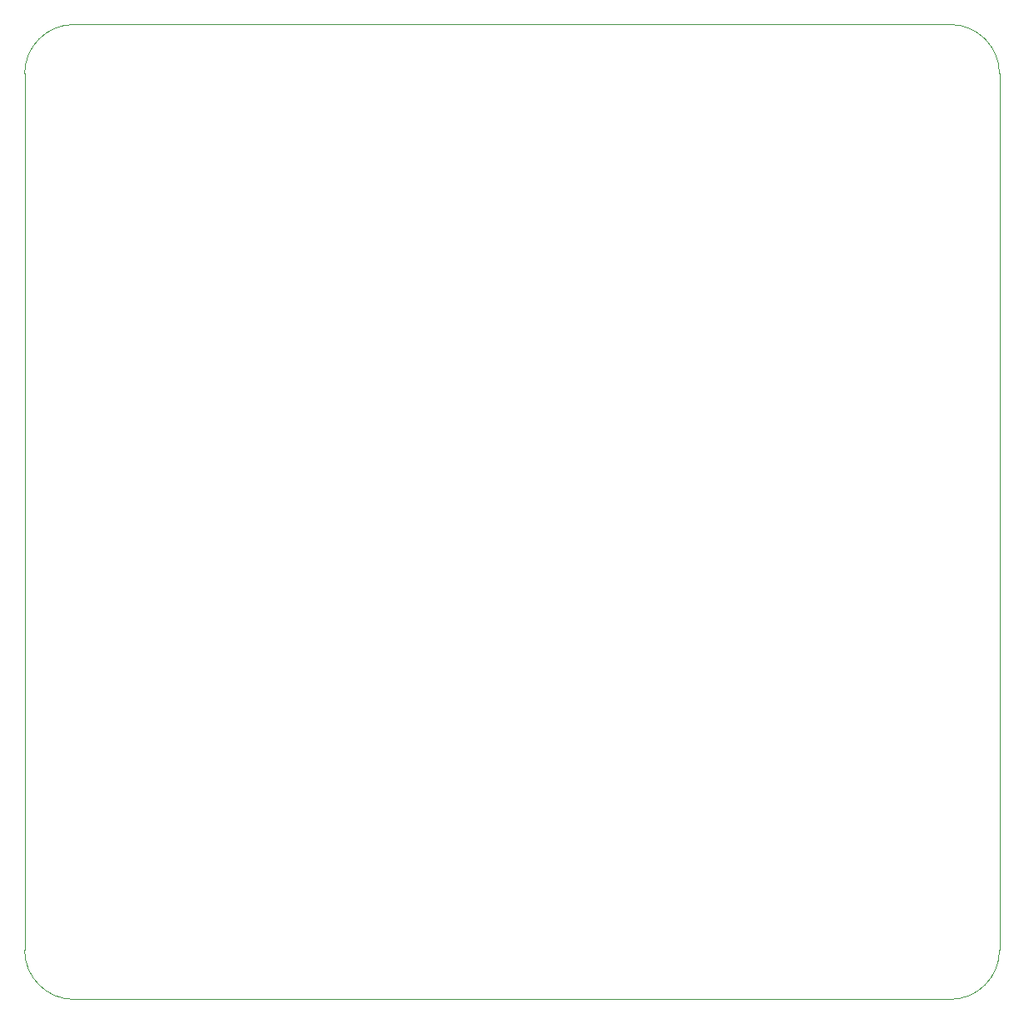
<source format=gm1>
G04 #@! TF.GenerationSoftware,KiCad,Pcbnew,8.0.3*
G04 #@! TF.CreationDate,2024-07-11T15:41:44-04:00*
G04 #@! TF.ProjectId,_HW_Mini-Scoreboard,5f48575f-4d69-46e6-992d-53636f726562,v1.0*
G04 #@! TF.SameCoordinates,Original*
G04 #@! TF.FileFunction,Profile,NP*
%FSLAX46Y46*%
G04 Gerber Fmt 4.6, Leading zero omitted, Abs format (unit mm)*
G04 Created by KiCad (PCBNEW 8.0.3) date 2024-07-11 15:41:44*
%MOMM*%
%LPD*%
G01*
G04 APERTURE LIST*
G04 #@! TA.AperFunction,Profile*
%ADD10C,0.050000*%
G04 #@! TD*
G04 APERTURE END LIST*
D10*
X127000000Y-157400000D02*
G75*
G02*
X132000000Y-152400000I5000000J0D01*
G01*
X132000000Y-251460000D02*
G75*
G02*
X127000000Y-246460000I0J5000000D01*
G01*
X226060000Y-246460000D02*
G75*
G02*
X221060000Y-251460000I-5000000J0D01*
G01*
X226060000Y-157400000D02*
X226060000Y-246460000D01*
X221060000Y-251460000D02*
X132000000Y-251460000D01*
X132000000Y-152400000D02*
X221060000Y-152400000D01*
X127000000Y-246460000D02*
X127000000Y-157400000D01*
X221060000Y-152400000D02*
G75*
G02*
X226060000Y-157400000I0J-5000000D01*
G01*
M02*

</source>
